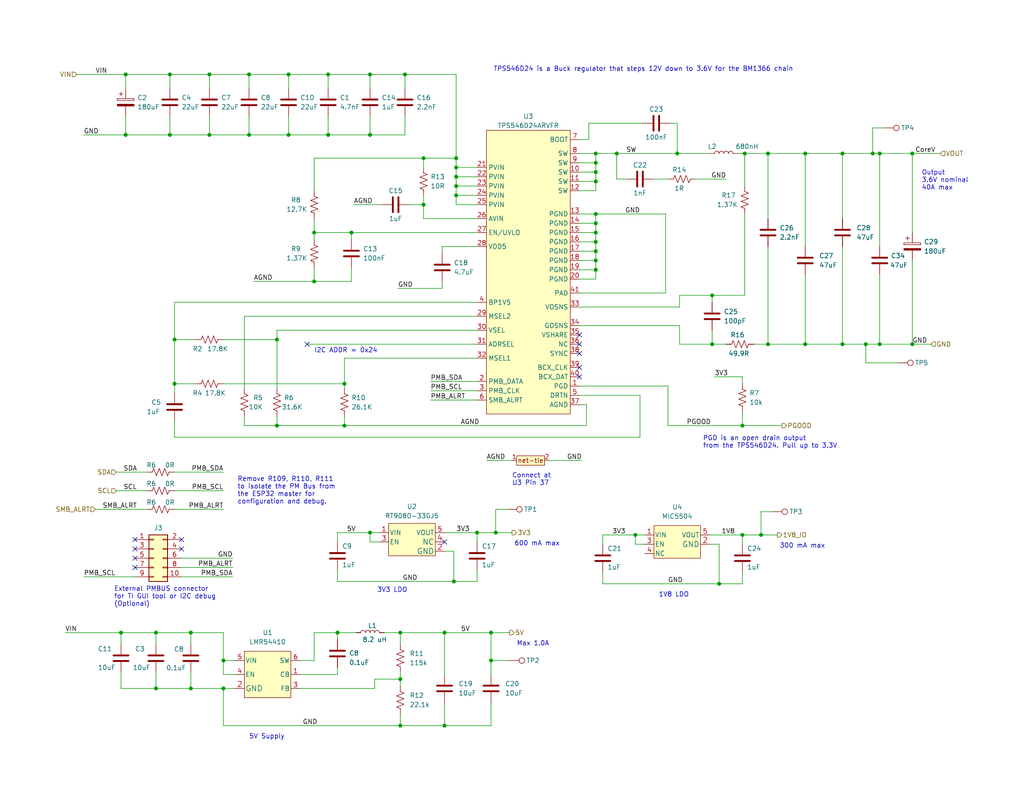
<source format=kicad_sch>
(kicad_sch (version 20231120) (generator "eeschema") (generator_version "8.0")
  (paper "A")
  (title_block (title "bitaxeHex") (date "2024-03-09") (rev "303"))
  (lib_symbols
    (symbol "Connector:TestPoint" (pin_numbers hide) (pin_names (offset 0.762) hide)
      (property "Reference" "TP" (at 0 6.858 0))
      (property "Value" "TestPoint" (at 0 5.08 0))
      (symbol "TestPoint_1_1"
        (pin passive line (at 0 0 90) (length 2.54) (name "1") (number "1"))
      )
    )
    (symbol "Connector_Generic:Conn_02x05_Odd_Even" (pin_names (offset 1.016) hide)
      (property "Reference" "J" (at 1.27 7.62 0))
      (property "Value" "Conn_02x05_Odd_Even" (at 1.27 -7.62 0))
      (symbol "Conn_02x05_Odd_Even_1_1"
        (pin passive line (at -5.08 5.08 0) (length 3.81) (name "Pin_1") (number "1"))
        (pin passive line (at 7.62 -5.08 180) (length 3.81) (name "Pin_10") (number "10"))
        (pin passive line (at 7.62 5.08 180) (length 3.81) (name "Pin_2") (number "2"))
        (pin passive line (at -5.08 2.54 0) (length 3.81) (name "Pin_3") (number "3"))
        (pin passive line (at 7.62 2.54 180) (length 3.81) (name "Pin_4") (number "4"))
        (pin passive line (at -5.08 0 0) (length 3.81) (name "Pin_5") (number "5"))
        (pin passive line (at 7.62 0 180) (length 3.81) (name "Pin_6") (number "6"))
        (pin passive line (at -5.08 -2.54 0) (length 3.81) (name "Pin_7") (number "7"))
        (pin passive line (at 7.62 -2.54 180) (length 3.81) (name "Pin_8") (number "8"))
        (pin passive line (at -5.08 -5.08 0) (length 3.81) (name "Pin_9") (number "9"))
      )
    )
    (symbol "Device:C" (pin_numbers hide) (pin_names (offset 0.254))
      (property "Reference" "C" (at 0.635 2.54 0))
      (property "Value" "C" (at 0.635 -2.54 0))
      (symbol "C_1_1"
        (pin passive line (at 0 3.81 270) (length 2.794) (name "~") (number "1"))
        (pin passive line (at 0 -3.81 90) (length 2.794) (name "~") (number "2"))
      )
    )
    (symbol "Device:C_Polarized" (pin_numbers hide) (pin_names (offset 0.254))
      (property "Reference" "C" (at 0.635 2.54 0))
      (property "Value" "C_Polarized" (at 0.635 -2.54 0))
      (symbol "C_Polarized_1_1"
        (pin passive line (at 0 3.81 270) (length 2.794) (name "~") (number "1"))
        (pin passive line (at 0 -3.81 90) (length 2.794) (name "~") (number "2"))
      )
    )
    (symbol "Device:L" (pin_numbers hide) (pin_names (offset 1.016) hide)
      (property "Reference" "L" (at -1.27 0 90))
      (property "Value" "L" (at 1.905 0 90))
      (symbol "L_1_1"
        (pin passive line (at 0 3.81 270) (length 1.27) (name "1") (number "1"))
        (pin passive line (at 0 -3.81 90) (length 1.27) (name "2") (number "2"))
      )
    )
    (symbol "Device:R_US" (pin_numbers hide) (pin_names (offset 0))
      (property "Reference" "R" (at 2.54 0 90))
      (property "Value" "R_US" (at -2.54 0 90))
      (symbol "R_US_1_1"
        (pin passive line (at 0 3.81 270) (length 1.27) (name "~") (number "1"))
        (pin passive line (at 0 -3.81 90) (length 1.27) (name "~") (number "2"))
      )
    )
    (symbol "bitaxe:LMR54410" (pin_names (offset 0.254))
      (property "Reference" "U" (at -5.08 7.62 0))
      (property "Value" "LMR54410" (at 0 -7.62 0))
      (symbol "LMR54410_1_1"
        (pin input line (at 8.89 0 180) (length 2.54) (name "CB") (number "1"))
        (pin power_in line (at -8.89 -3.81 0) (length 2.54) (name "GND") (number "2"))
        (pin input line (at 8.89 -3.81 180) (length 2.54) (name "FB") (number "3"))
        (pin input line (at -8.89 0 0) (length 2.54) (name "EN") (number "4"))
        (pin power_in line (at -8.89 3.81 0) (length 2.54) (name "VIN") (number "5"))
        (pin output line (at 8.89 3.81 180) (length 2.54) (name "SW") (number "6"))
      )
    )
    (symbol "bitaxe:MIC5504" (pin_names (offset 0.254))
      (property "Reference" "U" (at -6.35 5.08 0))
      (property "Value" "MIC5504" (at 0 -6.35 0))
      (symbol "MIC5504_1_1"
        (pin power_in line (at -8.89 1.27 0) (length 2.54) (name "VIN") (number "1"))
        (pin power_in line (at 8.89 -1.27 180) (length 2.54) (name "GND") (number "2"))
        (pin input line (at -8.89 -1.27 0) (length 2.54) (name "EN") (number "3"))
        (pin input line (at -8.89 -3.81 0) (length 2.54) (name "NC") (number "4"))
        (pin output line (at 8.89 1.27 180) (length 2.54) (name "VOUT") (number "5"))
      )
    )
    (symbol "bitaxe:RT9080-33GJ5" (pin_names (offset 0.254))
      (property "Reference" "U2" (at 0 8.382 0))
      (property "Value" "RT9080-33GJ5" (at 0 5.842 0))
      (symbol "RT9080-33GJ5_1_1"
        (pin power_in line (at -8.89 1.27 0) (length 2.54) (name "VIN") (number "1"))
        (pin power_in line (at 8.89 -3.81 180) (length 2.54) (name "GND") (number "2"))
        (pin input line (at -8.89 -1.27 0) (length 2.54) (name "EN") (number "3"))
        (pin power_in line (at 8.89 -1.27 180) (length 2.54) (name "NC") (number "4"))
        (pin output line (at 8.89 1.27 180) (length 2.54) (name "VOUT") (number "5"))
      )
    )
    (symbol "bitaxe:TPS546D24"
      (property "Reference" "U" (at -7.62 43.18 0))
      (property "Value" "TPS546D24" (at 6.35 43.18 0))
      (symbol "TPS546D24_1_1"
        (pin input line (at 13.97 -27.94 180) (length 2.54) (name "PGD") (number "1"))
        (pin power_in line (at 13.97 30.48 180) (length 2.54) (name "SW") (number "10"))
        (pin output line (at 13.97 27.94 180) (length 2.54) (name "SW") (number "11"))
        (pin power_out line (at 13.97 25.4 180) (length 2.54) (name "SW") (number "12"))
        (pin output line (at 13.97 19.05 180) (length 2.54) (name "PGND") (number "13"))
        (pin output line (at 13.97 16.51 180) (length 2.54) (name "PGND") (number "14"))
        (pin input line (at 13.97 13.97 180) (length 2.54) (name "PGND") (number "15"))
        (pin input line (at 13.97 11.43 180) (length 2.54) (name "PGND") (number "16"))
        (pin power_in line (at 13.97 8.89 180) (length 2.54) (name "PGND") (number "17"))
        (pin input line (at 13.97 6.35 180) (length 2.54) (name "PGND") (number "18"))
        (pin input line (at 13.97 3.81 180) (length 2.54) (name "PGND") (number "19"))
        (pin input line (at -13.97 -26.67 0) (length 2.54) (name "PMB_DATA") (number "2"))
        (pin power_in line (at 13.97 1.27 180) (length 2.54) (name "PGND") (number "20"))
        (pin input line (at -13.97 31.75 0) (length 2.54) (name "PVIN") (number "21"))
        (pin input line (at -13.97 29.21 0) (length 2.54) (name "PVIN") (number "22"))
        (pin input line (at -13.97 26.67 0) (length 2.54) (name "PVIN") (number "23"))
        (pin input line (at -13.97 24.13 0) (length 2.54) (name "PVIN") (number "24"))
        (pin input line (at -13.97 21.59 0) (length 2.54) (name "PVIN") (number "25"))
        (pin input line (at -13.97 17.78 0) (length 2.54) (name "AVIN") (number "26"))
        (pin input line (at -13.97 13.97 0) (length 2.54) (name "EN/UVLO") (number "27"))
        (pin output line (at -13.97 10.16 0) (length 2.54) (name "VDD5") (number "28"))
        (pin power_in line (at -13.97 -8.89 0) (length 2.54) (name "MSEL2") (number "29"))
        (pin input line (at -13.97 -29.21 0) (length 2.54) (name "PMB_CLK") (number "3"))
        (pin power_in line (at -13.97 -12.7 0) (length 2.54) (name "VSEL") (number "30"))
        (pin output line (at -13.97 -16.51 0) (length 2.54) (name "ADRSEL") (number "31"))
        (pin power_out line (at -13.97 -20.32 0) (length 2.54) (name "MSEL1") (number "32"))
        (pin output line (at 13.97 -6.35 180) (length 2.54) (name "VOSNS") (number "33"))
        (pin output line (at 13.97 -11.43 180) (length 2.54) (name "GOSNS") (number "34"))
        (pin input line (at 13.97 -13.97 180) (length 2.54) (name "VSHARE") (number "35"))
        (pin input line (at 13.97 -16.51 180) (length 2.54) (name "NC") (number "36"))
        (pin power_in line (at 13.97 -33.02 180) (length 2.54) (name "AGND") (number "37"))
        (pin input line (at 13.97 -19.05 180) (length 2.54) (name "SYNC") (number "38"))
        (pin input line (at 13.97 -22.86 180) (length 2.54) (name "BCX_CLK") (number "39"))
        (pin input line (at -13.97 -5.08 0) (length 2.54) (name "BP1V5") (number "4"))
        (pin input line (at 13.97 -25.4 180) (length 2.54) (name "BCX_DAT") (number "40"))
        (pin power_in line (at 13.97 -2.54 180) (length 2.54) (name "PAD") (number "41"))
        (pin input line (at 13.97 -30.48 180) (length 2.54) (name "DRTN") (number "5"))
        (pin input line (at -13.97 -31.75 0) (length 2.54) (name "SMB_ALRT") (number "6"))
        (pin input line (at 13.97 39.37 180) (length 2.54) (name "BOOT") (number "7"))
        (pin output line (at 13.97 35.56 180) (length 2.54) (name "SW") (number "8"))
        (pin power_in line (at 13.97 33.02 180) (length 2.54) (name "SW") (number "9"))
      )
    )
    (symbol "bitaxe:net-tie"
      (symbol "net-tie_1_0"
        (pin bidirectional line (at -5.08 0 0) (length 1.27) (name "") (number "1"))
        (pin bidirectional line (at 5.08 0 180) (length 1.27) (name "") (number "2"))
      )
      (symbol "net-tie_1_1"
        (text "net-tie" (at 0 0 0) (effects (font (size 1.27 1.27))))
      )
    )
  )
  (junction (at 162.56 58.42))
  (junction (at 202.565 116.205))
  (junction (at 173.355 146.05))
  (junction (at 47.625 92.71))
  (junction (at 52.07 187.96))
  (junction (at 52.07 172.72))
  (junction (at 95.885 63.5))
  (junction (at 229.87 93.98))
  (junction (at 109.22 198.12))
  (junction (at 124.46 48.26))
  (junction (at 33.02 172.72))
  (junction (at 121.285 172.72))
  (junction (at 89.535 20.32))
  (junction (at 135.255 145.415))
  (junction (at 238.125 41.91))
  (junction (at 42.545 172.72))
  (junction (at 219.71 93.98))
  (junction (at 115.57 55.88))
  (junction (at 109.22 185.42))
  (junction (at 78.74 36.83))
  (junction (at 162.56 71.12))
  (junction (at 34.29 36.83))
  (junction (at 124.46 45.72))
  (junction (at 78.74 20.32))
  (junction (at 162.56 41.91))
  (junction (at 115.57 43.18))
  (junction (at 60.96 187.96))
  (junction (at 248.92 41.91))
  (junction (at 46.355 36.83))
  (junction (at 57.15 20.32))
  (junction (at 162.56 49.53))
  (junction (at 196.215 159.385))
  (junction (at 57.15 36.83))
  (junction (at 162.56 46.99))
  (junction (at 184.785 41.91))
  (junction (at 124.46 43.18))
  (junction (at 162.56 44.45))
  (junction (at 162.56 60.96))
  (junction (at 162.56 68.58))
  (junction (at 100.965 36.83))
  (junction (at 219.71 41.91))
  (junction (at 67.945 36.83))
  (junction (at 67.945 20.32))
  (junction (at 133.985 180.34))
  (junction (at 168.275 41.91))
  (junction (at 203.2 41.91))
  (junction (at 93.98 116.205))
  (junction (at 248.92 93.98))
  (junction (at 110.49 20.32))
  (junction (at 124.46 53.34))
  (junction (at 236.22 93.98))
  (junction (at 162.56 73.66))
  (junction (at 123.825 158.75))
  (junction (at 124.46 50.8))
  (junction (at 162.56 63.5))
  (junction (at 100.965 20.32))
  (junction (at 46.355 20.32))
  (junction (at 209.55 93.98))
  (junction (at 75.565 92.71))
  (junction (at 47.625 104.775))
  (junction (at 133.985 172.72))
  (junction (at 42.545 187.96))
  (junction (at 109.22 172.72))
  (junction (at 207.645 146.05))
  (junction (at 85.725 63.5))
  (junction (at 162.56 66.04))
  (junction (at 34.29 20.32))
  (junction (at 100.965 145.415))
  (junction (at 92.075 172.72))
  (junction (at 202.565 146.05))
  (junction (at 209.55 41.91))
  (junction (at 93.98 104.775))
  (junction (at 130.175 145.415))
  (junction (at 229.87 41.91))
  (junction (at 60.96 180.34))
  (junction (at 85.725 76.835))
  (junction (at 121.285 198.12))
  (junction (at 240.03 41.91))
  (junction (at 194.31 80.645))
  (junction (at 75.565 116.205))
  (junction (at 240.03 93.98))
  (junction (at 89.535 36.83))
  (junction (at 194.31 93.98))
  (no_connect (at 158.115 102.87))
  (no_connect (at 49.53 149.86))
  (no_connect (at 121.285 147.955))
  (no_connect (at 158.115 96.52))
  (no_connect (at 49.53 147.32))
  (no_connect (at 36.83 147.32))
  (no_connect (at 36.83 154.94))
  (no_connect (at 36.83 149.86))
  (no_connect (at 36.83 152.4))
  (no_connect (at 83.82 93.98))
  (no_connect (at 158.115 91.44))
  (no_connect (at 158.115 100.33))
  (no_connect (at 158.115 93.98))
  (wire (pts (xy 130.175 55.88) (xy 124.46 55.88)))
  (wire (pts (xy 162.56 71.12) (xy 162.56 73.66)))
  (wire (pts (xy 202.565 146.05) (xy 207.645 146.05)))
  (wire (pts (xy 83.82 93.98) (xy 130.175 93.98)))
  (wire (pts (xy 202.565 159.385) (xy 196.215 159.385)))
  (wire (pts (xy 173.355 148.59) (xy 173.355 146.05)))
  (wire (pts (xy 240.03 41.91) (xy 248.92 41.91)))
  (wire (pts (xy 22.86 157.48) (xy 36.83 157.48)))
  (wire (pts (xy 120.65 67.31) (xy 130.175 67.31)))
  (wire (pts (xy 202.565 146.05) (xy 202.565 148.59)))
  (wire (pts (xy 47.625 92.71) (xy 47.625 104.775)))
  (wire (pts (xy 57.15 20.32) (xy 46.355 20.32)))
  (wire (pts (xy 162.56 66.04) (xy 162.56 68.58)))
  (wire (pts (xy 158.115 60.96) (xy 162.56 60.96)))
  (wire (pts (xy 193.675 148.59) (xy 196.215 148.59)))
  (wire (pts (xy 158.115 80.01) (xy 181.61 80.01)))
  (wire (pts (xy 95.885 73.025) (xy 95.885 76.835)))
  (wire (pts (xy 95.885 63.5) (xy 85.725 63.5)))
  (wire (pts (xy 133.985 191.77) (xy 133.985 198.12)))
  (wire (pts (xy 240.03 41.91) (xy 240.03 67.31)))
  (wire (pts (xy 102.235 187.96) (xy 102.235 185.42)))
  (wire (pts (xy 158.115 83.82) (xy 185.42 83.82)))
  (wire (pts (xy 121.285 150.495) (xy 123.825 150.495)))
  (wire (pts (xy 158.115 52.07) (xy 162.56 52.07)))
  (wire (pts (xy 194.31 93.98) (xy 198.12 93.98)))
  (wire (pts (xy 164.465 146.05) (xy 173.355 146.05)))
  (wire (pts (xy 178.435 48.895) (xy 182.245 48.895)))
  (wire (pts (xy 185.42 88.9) (xy 185.42 93.98)))
  (wire (pts (xy 158.115 73.66) (xy 162.56 73.66)))
  (wire (pts (xy 46.355 31.75) (xy 46.355 36.83)))
  (wire (pts (xy 49.53 154.94) (xy 63.5 154.94)))
  (wire (pts (xy 203.2 41.91) (xy 209.55 41.91)))
  (wire (pts (xy 162.56 60.96) (xy 162.56 63.5)))
  (wire (pts (xy 33.02 172.72) (xy 33.02 175.895)))
  (wire (pts (xy 174.625 119.38) (xy 174.625 107.95)))
  (wire (pts (xy 42.545 172.72) (xy 52.07 172.72)))
  (wire (pts (xy 31.75 133.985) (xy 40.005 133.985)))
  (wire (pts (xy 52.07 172.72) (xy 52.07 175.895)))
  (wire (pts (xy 81.915 180.34) (xy 85.725 180.34)))
  (wire (pts (xy 121.285 172.72) (xy 109.22 172.72)))
  (wire (pts (xy 66.675 116.205) (xy 75.565 116.205)))
  (wire (pts (xy 158.115 38.1) (xy 160.655 38.1)))
  (wire (pts (xy 92.075 172.72) (xy 92.075 174.625)))
  (wire (pts (xy 162.56 52.07) (xy 162.56 49.53)))
  (wire (pts (xy 60.96 198.12) (xy 109.22 198.12)))
  (wire (pts (xy 132.715 125.73) (xy 139.7 125.73)))
  (wire (pts (xy 95.885 65.405) (xy 95.885 63.5)))
  (wire (pts (xy 47.625 104.775) (xy 53.34 104.775)))
  (wire (pts (xy 124.46 20.32) (xy 110.49 20.32)))
  (wire (pts (xy 60.96 104.775) (xy 93.98 104.775)))
  (wire (pts (xy 123.825 150.495) (xy 123.825 158.75)))
  (wire (pts (xy 203.2 41.91) (xy 203.2 50.8)))
  (wire (pts (xy 202.565 156.21) (xy 202.565 159.385)))
  (wire (pts (xy 109.22 183.515) (xy 109.22 185.42)))
  (wire (pts (xy 115.57 59.69) (xy 115.57 55.88)))
  (wire (pts (xy 60.96 187.96) (xy 52.07 187.96)))
  (wire (pts (xy 100.965 36.83) (xy 110.49 36.83)))
  (wire (pts (xy 138.43 139.065) (xy 135.255 139.065)))
  (wire (pts (xy 78.74 31.75) (xy 78.74 36.83)))
  (wire (pts (xy 26.035 139.065) (xy 40.005 139.065)))
  (wire (pts (xy 133.985 180.34) (xy 139.065 180.34)))
  (wire (pts (xy 66.675 113.665) (xy 66.675 116.205)))
  (wire (pts (xy 93.98 116.205) (xy 160.02 116.205)))
  (wire (pts (xy 219.71 41.91) (xy 219.71 67.31)))
  (wire (pts (xy 78.74 36.83) (xy 89.535 36.83)))
  (wire (pts (xy 46.355 20.32) (xy 34.29 20.32)))
  (wire (pts (xy 124.46 45.72) (xy 130.175 45.72)))
  (wire (pts (xy 33.02 187.96) (xy 33.02 183.515)))
  (wire (pts (xy 203.2 58.42) (xy 203.2 80.645)))
  (wire (pts (xy 121.285 191.77) (xy 121.285 198.12)))
  (wire (pts (xy 92.075 158.75) (xy 123.825 158.75)))
  (wire (pts (xy 229.87 67.31) (xy 229.87 93.98)))
  (wire (pts (xy 158.115 88.9) (xy 185.42 88.9)))
  (wire (pts (xy 47.625 139.065) (xy 60.96 139.065)))
  (wire (pts (xy 219.71 93.98) (xy 229.87 93.98)))
  (wire (pts (xy 47.625 92.71) (xy 53.34 92.71)))
  (wire (pts (xy 52.07 172.72) (xy 60.96 172.72)))
  (wire (pts (xy 168.275 41.91) (xy 184.785 41.91)))
  (wire (pts (xy 238.125 41.91) (xy 240.03 41.91)))
  (wire (pts (xy 124.46 48.26) (xy 130.175 48.26)))
  (wire (pts (xy 175.895 148.59) (xy 173.355 148.59)))
  (wire (pts (xy 115.57 53.34) (xy 115.57 55.88)))
  (wire (pts (xy 130.175 155.575) (xy 130.175 158.75)))
  (wire (pts (xy 210.82 139.7) (xy 207.645 139.7)))
  (wire (pts (xy 22.86 36.83) (xy 34.29 36.83)))
  (wire (pts (xy 115.57 43.18) (xy 124.46 43.18)))
  (wire (pts (xy 158.115 46.99) (xy 162.56 46.99)))
  (wire (pts (xy 158.115 71.12) (xy 162.56 71.12)))
  (wire (pts (xy 189.865 48.895) (xy 198.12 48.895)))
  (wire (pts (xy 240.03 93.98) (xy 248.92 93.98)))
  (wire (pts (xy 209.55 41.91) (xy 209.55 59.69)))
  (wire (pts (xy 85.725 52.07) (xy 85.725 43.18)))
  (wire (pts (xy 85.725 73.025) (xy 85.725 76.835)))
  (wire (pts (xy 78.74 20.32) (xy 67.945 20.32)))
  (wire (pts (xy 185.42 83.82) (xy 185.42 80.645)))
  (wire (pts (xy 240.03 74.93) (xy 240.03 93.98)))
  (wire (pts (xy 236.22 93.98) (xy 240.03 93.98)))
  (wire (pts (xy 81.915 184.15) (xy 92.075 184.15)))
  (wire (pts (xy 67.945 20.32) (xy 67.945 24.13)))
  (wire (pts (xy 60.96 180.34) (xy 60.96 172.72)))
  (wire (pts (xy 121.285 145.415) (xy 130.175 145.415)))
  (wire (pts (xy 162.56 44.45) (xy 162.56 41.91)))
  (wire (pts (xy 229.87 93.98) (xy 236.22 93.98)))
  (wire (pts (xy 67.945 36.83) (xy 78.74 36.83)))
  (wire (pts (xy 93.98 97.79) (xy 93.98 104.775)))
  (wire (pts (xy 93.98 97.79) (xy 130.175 97.79)))
  (wire (pts (xy 209.55 93.98) (xy 219.71 93.98)))
  (wire (pts (xy 133.985 172.72) (xy 133.985 180.34)))
  (wire (pts (xy 109.22 194.945) (xy 109.22 198.12)))
  (wire (pts (xy 42.545 187.96) (xy 33.02 187.96)))
  (wire (pts (xy 75.565 90.17) (xy 75.565 92.71)))
  (wire (pts (xy 185.42 93.98) (xy 194.31 93.98)))
  (wire (pts (xy 164.465 146.05) (xy 164.465 148.59)))
  (wire (pts (xy 238.125 34.925) (xy 238.125 41.91)))
  (wire (pts (xy 236.22 99.06) (xy 236.22 93.98)))
  (wire (pts (xy 229.87 41.91) (xy 238.125 41.91)))
  (wire (pts (xy 194.31 90.17) (xy 194.31 93.98)))
  (wire (pts (xy 46.355 36.83) (xy 57.15 36.83)))
  (wire (pts (xy 89.535 36.83) (xy 100.965 36.83)))
  (wire (pts (xy 89.535 20.32) (xy 78.74 20.32)))
  (wire (pts (xy 196.215 148.59) (xy 196.215 159.385)))
  (wire (pts (xy 182.245 105.41) (xy 182.245 116.205)))
  (wire (pts (xy 160.02 110.49) (xy 160.02 116.205)))
  (wire (pts (xy 219.71 74.93) (xy 219.71 93.98)))
  (wire (pts (xy 182.245 116.205) (xy 202.565 116.205)))
  (wire (pts (xy 110.49 20.32) (xy 110.49 24.13)))
  (wire (pts (xy 117.475 104.14) (xy 130.175 104.14)))
  (wire (pts (xy 49.53 152.4) (xy 63.5 152.4)))
  (wire (pts (xy 124.46 20.32) (xy 124.46 43.18)))
  (wire (pts (xy 111.76 55.88) (xy 115.57 55.88)))
  (wire (pts (xy 135.255 145.415) (xy 139.7 145.415)))
  (wire (pts (xy 75.565 116.205) (xy 93.98 116.205)))
  (wire (pts (xy 85.725 59.69) (xy 85.725 63.5)))
  (wire (pts (xy 162.56 68.58) (xy 162.56 71.12)))
  (wire (pts (xy 120.65 76.835) (xy 120.65 78.74)))
  (wire (pts (xy 124.46 43.18) (xy 124.46 45.72)))
  (wire (pts (xy 78.74 20.32) (xy 78.74 24.13)))
  (wire (pts (xy 85.725 63.5) (xy 85.725 65.405)))
  (wire (pts (xy 124.46 50.8) (xy 130.175 50.8)))
  (wire (pts (xy 124.46 45.72) (xy 124.46 48.26)))
  (wire (pts (xy 162.56 46.99) (xy 162.56 44.45)))
  (wire (pts (xy 17.78 172.72) (xy 33.02 172.72)))
  (wire (pts (xy 158.115 105.41) (xy 182.245 105.41)))
  (wire (pts (xy 109.22 172.72) (xy 109.22 175.895)))
  (wire (pts (xy 42.545 187.96) (xy 42.545 183.515)))
  (wire (pts (xy 60.96 184.15) (xy 60.96 180.34)))
  (wire (pts (xy 47.625 128.905) (xy 60.96 128.905)))
  (wire (pts (xy 92.075 172.72) (xy 97.155 172.72)))
  (wire (pts (xy 47.625 119.38) (xy 174.625 119.38)))
  (wire (pts (xy 135.255 139.065) (xy 135.255 145.415)))
  (wire (pts (xy 162.56 76.2) (xy 158.115 76.2)))
  (wire (pts (xy 64.135 184.15) (xy 60.96 184.15)))
  (wire (pts (xy 248.92 93.98) (xy 254 93.98)))
  (wire (pts (xy 34.29 36.83) (xy 46.355 36.83)))
  (wire (pts (xy 47.625 133.985) (xy 60.96 133.985)))
  (wire (pts (xy 241.3 34.925) (xy 238.125 34.925)))
  (wire (pts (xy 133.985 180.34) (xy 133.985 184.15)))
  (wire (pts (xy 47.625 107.315) (xy 47.625 104.775)))
  (wire (pts (xy 75.565 90.17) (xy 130.175 90.17)))
  (wire (pts (xy 158.115 110.49) (xy 160.02 110.49)))
  (wire (pts (xy 248.92 41.91) (xy 256.54 41.91)))
  (wire (pts (xy 92.075 184.15) (xy 92.075 182.245)))
  (wire (pts (xy 248.92 71.12) (xy 248.92 93.98)))
  (wire (pts (xy 174.625 107.95) (xy 158.115 107.95)))
  (wire (pts (xy 133.985 198.12) (xy 121.285 198.12)))
  (wire (pts (xy 158.115 66.04) (xy 162.56 66.04)))
  (wire (pts (xy 96.52 55.88) (xy 104.14 55.88)))
  (wire (pts (xy 115.57 45.72) (xy 115.57 43.18)))
  (wire (pts (xy 100.965 20.32) (xy 89.535 20.32)))
  (wire (pts (xy 170.815 48.895) (xy 168.275 48.895)))
  (wire (pts (xy 67.945 20.32) (xy 57.15 20.32)))
  (wire (pts (xy 149.86 125.73) (xy 158.75 125.73)))
  (wire (pts (xy 203.2 80.645) (xy 194.31 80.645)))
  (wire (pts (xy 185.42 80.645) (xy 194.31 80.645)))
  (wire (pts (xy 110.49 20.32) (xy 100.965 20.32)))
  (wire (pts (xy 173.355 146.05) (xy 175.895 146.05)))
  (wire (pts (xy 124.46 53.34) (xy 130.175 53.34)))
  (wire (pts (xy 64.135 180.34) (xy 60.96 180.34)))
  (wire (pts (xy 196.215 159.385) (xy 164.465 159.385)))
  (wire (pts (xy 194.945 102.87) (xy 202.565 102.87)))
  (wire (pts (xy 160.655 33.655) (xy 175.26 33.655)))
  (wire (pts (xy 47.625 82.55) (xy 130.175 82.55)))
  (wire (pts (xy 104.775 172.72) (xy 109.22 172.72)))
  (wire (pts (xy 124.46 48.26) (xy 124.46 50.8)))
  (wire (pts (xy 162.56 41.91) (xy 168.275 41.91)))
  (wire (pts (xy 207.645 139.7) (xy 207.645 146.05)))
  (wire (pts (xy 133.985 172.72) (xy 139.065 172.72)))
  (wire (pts (xy 85.725 172.72) (xy 92.075 172.72)))
  (wire (pts (xy 117.475 106.68) (xy 130.175 106.68)))
  (wire (pts (xy 120.65 69.215) (xy 120.65 67.31)))
  (wire (pts (xy 47.625 82.55) (xy 47.625 92.71)))
  (wire (pts (xy 102.235 185.42) (xy 109.22 185.42)))
  (wire (pts (xy 121.285 172.72) (xy 121.285 184.15)))
  (wire (pts (xy 52.07 187.96) (xy 42.545 187.96)))
  (wire (pts (xy 34.29 31.75) (xy 34.29 36.83)))
  (wire (pts (xy 209.55 41.91) (xy 219.71 41.91)))
  (wire (pts (xy 46.355 20.32) (xy 46.355 24.13)))
  (wire (pts (xy 121.285 172.72) (xy 133.985 172.72)))
  (wire (pts (xy 130.175 145.415) (xy 135.255 145.415)))
  (wire (pts (xy 162.56 41.91) (xy 158.115 41.91)))
  (wire (pts (xy 124.46 50.8) (xy 124.46 53.34)))
  (wire (pts (xy 66.675 86.36) (xy 130.175 86.36)))
  (wire (pts (xy 229.87 41.91) (xy 229.87 59.69)))
  (wire (pts (xy 245.11 99.06) (xy 236.22 99.06)))
  (wire (pts (xy 164.465 159.385) (xy 164.465 156.21)))
  (wire (pts (xy 201.295 41.91) (xy 203.2 41.91)))
  (wire (pts (xy 34.29 24.13) (xy 34.29 20.32)))
  (wire (pts (xy 124.46 53.34) (xy 124.46 55.88)))
  (wire (pts (xy 100.965 147.955) (xy 100.965 145.415)))
  (wire (pts (xy 184.785 41.91) (xy 193.675 41.91)))
  (wire (pts (xy 33.02 172.72) (xy 42.545 172.72)))
  (wire (pts (xy 66.675 86.36) (xy 66.675 106.045)))
  (wire (pts (xy 20.955 20.32) (xy 34.29 20.32)))
  (wire (pts (xy 202.565 116.205) (xy 213.36 116.205)))
  (wire (pts (xy 93.98 116.205) (xy 93.98 113.665)))
  (wire (pts (xy 69.215 76.835) (xy 85.725 76.835)))
  (wire (pts (xy 57.15 31.75) (xy 57.15 36.83)))
  (wire (pts (xy 205.74 93.98) (xy 209.55 93.98)))
  (wire (pts (xy 181.61 80.01) (xy 181.61 58.42)))
  (wire (pts (xy 158.115 63.5) (xy 162.56 63.5)))
  (wire (pts (xy 108.585 78.74) (xy 120.65 78.74)))
  (wire (pts (xy 123.825 158.75) (xy 130.175 158.75)))
  (wire (pts (xy 248.92 63.5) (xy 248.92 41.91)))
  (wire (pts (xy 168.275 48.895) (xy 168.275 41.91)))
  (wire (pts (xy 184.785 33.655) (xy 184.785 41.91)))
  (wire (pts (xy 31.75 128.905) (xy 40.005 128.905)))
  (wire (pts (xy 103.505 147.955) (xy 100.965 147.955)))
  (wire (pts (xy 202.565 104.775) (xy 202.565 102.87)))
  (wire (pts (xy 115.57 59.69) (xy 130.175 59.69)))
  (wire (pts (xy 75.565 113.665) (xy 75.565 116.205)))
  (wire (pts (xy 162.56 58.42) (xy 181.61 58.42)))
  (wire (pts (xy 117.475 109.22) (xy 130.175 109.22)))
  (wire (pts (xy 162.56 58.42) (xy 162.56 60.96)))
  (wire (pts (xy 219.71 41.91) (xy 229.87 41.91)))
  (wire (pts (xy 162.56 49.53) (xy 162.56 46.99)))
  (wire (pts (xy 85.725 76.835) (xy 95.885 76.835)))
  (wire (pts (xy 158.115 44.45) (xy 162.56 44.45)))
  (wire (pts (xy 162.56 73.66) (xy 162.56 76.2)))
  (wire (pts (xy 89.535 31.75) (xy 89.535 36.83)))
  (wire (pts (xy 52.07 183.515) (xy 52.07 187.96)))
  (wire (pts (xy 42.545 172.72) (xy 42.545 175.895)))
  (wire (pts (xy 64.135 187.96) (xy 60.96 187.96)))
  (wire (pts (xy 92.075 145.415) (xy 92.075 147.955)))
  (wire (pts (xy 158.115 68.58) (xy 162.56 68.58)))
  (wire (pts (xy 158.115 49.53) (xy 162.56 49.53)))
  (wire (pts (xy 93.98 104.775) (xy 93.98 106.045)))
  (wire (pts (xy 202.565 112.395) (xy 202.565 116.205)))
  (wire (pts (xy 75.565 92.71) (xy 75.565 106.045)))
  (wire (pts (xy 57.15 20.32) (xy 57.15 24.13)))
  (wire (pts (xy 67.945 31.75) (xy 67.945 36.83)))
  (wire (pts (xy 130.175 145.415) (xy 130.175 147.955)))
  (wire (pts (xy 182.88 33.655) (xy 184.785 33.655)))
  (wire (pts (xy 95.885 63.5) (xy 130.175 63.5)))
  (wire (pts (xy 92.075 145.415) (xy 100.965 145.415)))
  (wire (pts (xy 109.22 185.42) (xy 109.22 187.325)))
  (wire (pts (xy 85.725 43.18) (xy 115.57 43.18)))
  (wire (pts (xy 81.915 187.96) (xy 102.235 187.96)))
  (wire (pts (xy 207.645 146.05) (xy 212.09 146.05)))
  (wire (pts (xy 60.96 92.71) (xy 75.565 92.71)))
  (wire (pts (xy 60.96 187.96) (xy 60.96 198.12)))
  (wire (pts (xy 85.725 180.34) (xy 85.725 172.72)))
  (wire (pts (xy 158.115 58.42) (xy 162.56 58.42)))
  (wire (pts (xy 100.965 145.415) (xy 103.505 145.415)))
  (wire (pts (xy 209.55 67.31) (xy 209.55 93.98)))
  (wire (pts (xy 193.675 146.05) (xy 202.565 146.05)))
  (wire (pts (xy 49.53 157.48) (xy 63.5 157.48)))
  (wire (pts (xy 100.965 31.75) (xy 100.965 36.83)))
  (wire (pts (xy 160.655 38.1) (xy 160.655 33.655)))
  (wire (pts (xy 194.31 80.645) (xy 194.31 82.55)))
  (wire (pts (xy 110.49 36.83) (xy 110.49 31.75)))
  (wire (pts (xy 89.535 20.32) (xy 89.535 24.13)))
  (wire (pts (xy 57.15 36.83) (xy 67.945 36.83)))
  (wire (pts (xy 162.56 63.5) (xy 162.56 66.04)))
  (wire (pts (xy 121.285 198.12) (xy 109.22 198.12)))
  (wire (pts (xy 100.965 20.32) (xy 100.965 24.13)))
  (wire (pts (xy 47.625 114.935) (xy 47.625 119.38)))
  (wire (pts (xy 92.075 158.75) (xy 92.075 155.575)))
  (text "1V8 LDO" (at 179.705 163.195 0) (effects (font (size 1.27 1.27)) (justify left bottom)))
  (text "Output \n3.6V nominal\n40A max" (at 251.46 52.07 0) (effects (font (size 1.27 1.27)) (justify left bottom)))
  (text "TPS546D24 is a Buck regulator that steps 12V down to 3.6V for the BM1366 chain" (at 134.62 19.685 0) (effects (font (size 1.27 1.27)) (justify left bottom)))
  (text "3V3 LDO" (at 102.87 161.925 0) (effects (font (size 1.27 1.27)) (justify left bottom)))
  (text "300 mA max" (at 212.725 149.86 0) (effects (font (size 1.27 1.27)) (justify left bottom)))
  (text "Remove R109, R110, R111\nto isolate the PM Bus from\nthe ESP32 master for \nconfiguration and debug." (at 64.77 137.795 0) (effects (font (size 1.27 1.27)) (justify left bottom)))
  (text "Max 1.0A" (at 140.97 176.53 0) (effects (font (size 1.27 1.27)) (justify left bottom)))
  (text "Connect at\nU3 Pin 37" (at 139.7 132.715 0) (effects (font (size 1.27 1.27)) (justify left bottom)))
  (text "External PMBUS connector\nfor TI GUI tool or I2C debug\n(Optional)" (at 31.115 165.735 0) (effects (font (size 1.27 1.27)) (justify left bottom)))
  (text "600 mA max" (at 140.335 149.225 0) (effects (font (size 1.27 1.27)) (justify left bottom)))
  (text "5V Supply" (at 67.945 201.93 0) (effects (font (size 1.27 1.27)) (justify left bottom)))
  (text "PGD is an open drain output\nfrom the TPS546D24. Pull up to 3.3V" (at 191.77 122.555 0) (effects (font (size 1.27 1.27)) (justify left bottom)))
  (text "I2C ADDR = 0x24" (at 85.725 96.52 0) (effects (font (size 1.27 1.27)) (justify left bottom)))
  (label "SW" (at 170.815 41.91 0))
  (label "AGND" (at 132.715 125.73 0))
  (label "GND" (at 182.245 159.385 0))
  (label "CoreV" (at 255.27 41.91 180))
  (label "GND" (at 174.625 58.42 180))
  (label "GND" (at 158.75 125.73 180))
  (label "PMB_ALRT" (at 60.96 139.065 180))
  (label "PMB_ALRT" (at 63.5 154.94 180))
  (label "AGND" (at 130.81 116.205 180))
  (label "SDA" (at 33.655 128.905 0))
  (label "PGOOD" (at 187.325 116.205 0))
  (label "GND" (at 108.585 78.74 0))
  (label "1V8" (at 196.85 146.05 0))
  (label "5V" (at 94.615 145.415 0))
  (label "VIN" (at 26.035 20.32 0))
  (label "PMB_SDA" (at 60.96 128.905 180))
  (label "PMB_SCL" (at 22.86 157.48 0))
  (label "PMB_SCL" (at 117.475 106.68 0))
  (label "PMB_SDA" (at 63.5 157.48 180))
  (label "VIN" (at 17.78 172.72 0))
  (label "GND" (at 22.86 36.83 0))
  (label "3V3" (at 124.46 145.415 0))
  (label "AGND" (at 69.215 76.835 0))
  (label "GND" (at 82.55 198.12 0))
  (label "PMB_SCL" (at 60.96 133.985 180))
  (label "SCL" (at 33.655 133.985 0))
  (label "GND" (at 109.855 158.75 0))
  (label "GND" (at 248.92 93.98 0))
  (label "PMB_ALRT" (at 117.475 109.22 0))
  (label "SMB_ALRT" (at 27.94 139.065 0))
  (label "AGND" (at 96.52 55.88 0))
  (label "5V" (at 125.73 172.72 0))
  (label "GND" (at 63.5 152.4 180))
  (label "GND" (at 198.12 48.895 180))
  (label "PMB_SDA" (at 117.475 104.14 0))
  (label "3V3" (at 194.945 102.87 0))
  (label "3V3" (at 167.005 146.05 0))
  (hierarchical_label "3V3" (shape output) (at 139.7 145.415 0))
  (hierarchical_label "VIN" (shape input) (at 20.955 20.32 180))
  (hierarchical_label "SDA" (shape input) (at 31.75 128.905 180))
  (hierarchical_label "VOUT" (shape input) (at 256.54 41.91 0))
  (hierarchical_label "GND" (shape input) (at 254 93.98 0))
  (hierarchical_label "SCL" (shape input) (at 31.75 133.985 180))
  (hierarchical_label "1V8_IO" (shape output) (at 212.09 146.05 0))
  (hierarchical_label "SMB_ALRT" (shape input) (at 26.035 139.065 180))
  (hierarchical_label "5V" (shape output) (at 139.065 172.72 0))
  (hierarchical_label "PGOOD" (shape output) (at 213.36 116.205 0))
  (symbol (lib_id "Device:C") (at 179.07 33.655 90) (unit 1)
    (property "Reference" "C23" (at 179.07 29.845 90))
    (property "Value" "100nF" (at 179.07 37.465 90))
    (property "Footprint" "Capacitor_SMD:C_0805_2012Metric" (effects (hide yes)))
    (property "DK" "478-KGM21NR71E104KTCT-ND" (effects (hide yes)))
    (property "PARTNO" "KGM21NR71E104KT" (effects (hide yes)))
  )
  (symbol (lib_id "Device:C_Polarized") (at 248.92 67.31 0) (unit 1)
    (property "Reference" "C29" (at 252.095 66.04 0) (effects (justify left)))
    (property "Value" "180uF" (at 252.095 68.58 0) (effects (justify left)))
    (property "Footprint" "Capacitor_SMD:CP_Elec_6.3x5.9" (effects (hide yes)))
    (property "Datasheet" "https://industrial.panasonic.com/cdbs/www-data/pdf/AAB8000/AAB8000C177.pdf" (effects (hide yes)))
    (property "DK" "P16479CT-ND" (effects (hide yes)))
    (property "PARTNO" "16SVPF180M" (effects (hide yes)))
    (property "HEIGHT" "5.9mm" (effects (hide yes)))
  )
  (symbol (lib_id "Device:R_US") (at 43.815 139.065 90) (unit 1)
    (property "Reference" "R6" (at 41.275 137.16 90))
    (property "Value" "0R" (at 46.355 137.16 90))
    (property "Footprint" "Resistor_SMD:R_0402_1005Metric" (effects (hide yes)))
    (property "DK" "311-0.0JRCT-ND" (effects (hide yes)))
    (property "PARTNO" "RC0402JR-070RL" (effects (hide yes)))
    (instances (project "bm1397" (path "" (reference "R6") (unit 1))) (project "bitaxeHex" (path "" (reference "R111") (unit 1))))
  )
  (symbol (lib_id "Device:C") (at 92.075 178.435 0) (unit 1)
    (property "Reference" "C8" (at 95.25 179.07 0) (effects (justify left bottom)))
    (property "Value" "0.1uF" (at 95.25 181.61 0) (effects (justify left bottom)))
    (property "Footprint" "Capacitor_SMD:C_0402_1005Metric" (effects (hide yes)))
    (property "DK" "478-KGM05AR71C104KHCT-ND" (effects (hide yes)))
    (property "PARTNO" "KGM05AR71C104KH" (effects (hide yes)))
    (instances (project "bm1366" (path "" (reference "C8") (unit 1))) (project "bitaxeHex" (path "" (reference "C12") (unit 1))))
  )
  (symbol (lib_id "Device:L") (at 197.485 41.91 90) (unit 1)
    (property "Reference" "L2" (at 194.31 40.005 90))
    (property "Value" "680nH" (at 203.835 40.005 90))
    (property "Footprint" "Inductor_SMD:L_Coilcraft_XAL1010-XXX" (effects (hide yes)))
    (property "Datasheet" "https://www.coilcraft.com/getmedia/dd74e670-e705-456a-9a69-585fe02eaf3c/xal1010.pdf" (effects (hide yes)))
    (property "PARTNO" "XAL1010-681MED" (effects (hide yes)))
    (property "DK" "2457-XAL1010-681MED-ND" (effects (hide yes)))
    (property "Mouser" "994-XAL1010-681MED" (effects (hide yes)))
    (property "HEIGHT" "10mm" (effects (hide yes)))
  )
  (symbol (lib_id "Device:C") (at 202.565 152.4 0) (unit 1)
    (property "Reference" "C24" (at 203.835 150.495 0) (effects (justify left bottom)))
    (property "Value" "1uF" (at 203.835 155.575 0) (effects (justify left bottom)))
    (property "Footprint" "Capacitor_SMD:C_0402_1005Metric" (effects (hide yes)))
    (property "DK" "587-5514-1-ND" (effects (hide yes)))
    (property "PARTNO" "EMK105BJ105MV-F" (effects (hide yes)))
  )
  (symbol (lib_id "bitaxe:LMR54410") (at 73.025 184.15 0) (unit 1)
    (property "Reference" "U1" (at 73.025 172.72 0))
    (property "Value" "LMR54410" (at 73.025 175.26 0))
    (property "Footprint" "Package_TO_SOT_SMD:SOT-23-6" (effects (hide yes)))
    (property "Datasheet" "https://www.ti.com/lit/ds/symlink/lmr54406.pdf" (effects (hide yes)))
    (property "DK" "296-LMR54410DBVRCT-ND" (effects (hide yes)))
    (property "PARTNO" "LMR54410FDBVR" (effects (hide yes)))
  )
  (symbol (lib_id "Device:R_US") (at 43.815 128.905 90) (unit 1)
    (property "Reference" "R6" (at 41.275 127 90))
    (property "Value" "0R" (at 46.355 127 90))
    (property "Footprint" "Resistor_SMD:R_0402_1005Metric" (effects (hide yes)))
    (property "DK" "311-0.0JRCT-ND" (effects (hide yes)))
    (property "PARTNO" "RC0402JR-070RL" (effects (hide yes)))
    (instances (project "bm1397" (path "" (reference "R6") (unit 1))) (project "bitaxeHex" (path "" (reference "R109") (unit 1))))
  )
  (symbol (lib_id "Connector:TestPoint") (at 210.82 139.7 270) (mirror x) (unit 1) (in_bom no)
    (property "Reference" "TP3" (at 217.17 139.7 90))
    (property "Value" "TestPoint" (effects (hide yes)))
    (property "Footprint" "TestPoint:TestPoint_Pad_D1.0mm" (effects (hide yes)))
  )
  (symbol (lib_id "Device:C") (at 194.31 86.36 0) (unit 1)
    (property "Reference" "C25" (at 197.485 85.09 0) (effects (justify left)))
    (property "Value" "100pF" (at 197.485 87.63 0) (effects (justify left)))
    (property "Footprint" "Capacitor_SMD:C_0402_1005Metric" (effects (hide yes)))
    (property "DK" "732-7431-1-ND" (effects (hide yes)))
    (property "PARTNO" "885012005013" (effects (hide yes)))
  )
  (symbol (lib_id "Device:C") (at 133.985 187.96 0) (unit 1)
    (property "Reference" "C20" (at 137.795 186.69 0) (effects (justify left)))
    (property "Value" "10uF" (at 137.795 189.23 0) (effects (justify left)))
    (property "Footprint" "Capacitor_SMD:C_0805_2012Metric" (effects (hide yes)))
    (property "DK" "490-18664-1-ND" (effects (hide yes)))
    (property "PARTNO" "GRM21BR61H106ME43L" (effects (hide yes)))
  )
  (symbol (lib_id "Device:R_US") (at 201.93 93.98 90) (unit 1)
    (property "Reference" "R16" (at 203.2 91.44 90) (effects (justify left)))
    (property "Value" "49.9R" (at 204.47 96.52 90) (effects (justify left)))
    (property "Footprint" "Resistor_SMD:R_0402_1005Metric" (effects (hide yes)))
    (property "DK" "311-49.9LRCT-ND" (effects (hide yes)))
    (property "PARTNO" "RC0402FR-0749R9L" (effects (hide yes)))
  )
  (symbol (lib_id "Device:C") (at 219.71 71.12 0) (unit 1)
    (property "Reference" "C27" (at 223.52 69.85 0) (effects (justify left)))
    (property "Value" "47uF" (at 223.52 72.39 0) (effects (justify left)))
    (property "Footprint" "Capacitor_SMD:C_1210_3225Metric" (effects (hide yes)))
    (property "DK" "490-6539-1-ND" (effects (hide yes)))
    (property "PARTNO" "GRM32ER61C476KE15L" (effects (hide yes)))
  )
  (symbol (lib_id "Device:R_US") (at 186.055 48.895 90) (unit 1)
    (property "Reference" "R14" (at 187.325 46.355 90) (effects (justify left)))
    (property "Value" "1R" (at 186.69 51.435 90) (effects (justify left)))
    (property "Footprint" "Resistor_SMD:R_1206_3216Metric" (effects (hide yes)))
    (property "DK" "CSR1206FT1R00CT-ND" (effects (hide yes)))
    (property "PARTNO" "CSR1206FT1R00" (effects (hide yes)))
  )
  (symbol (lib_id "Device:R_US") (at 115.57 49.53 0) (unit 1)
    (property "Reference" "R13" (at 117.475 48.26 0) (effects (justify left)))
    (property "Value" "10R" (at 117.475 50.8 0) (effects (justify left)))
    (property "Footprint" "Resistor_SMD:R_0402_1005Metric" (effects (hide yes)))
    (property "DK" "311-10.0LRCT-ND" (effects (hide yes)))
    (property "PARTNO" "RC0402FR-0710RL" (effects (hide yes)))
  )
  (symbol (lib_id "Device:R_US") (at 43.815 133.985 90) (unit 1)
    (property "Reference" "R6" (at 41.275 132.08 90))
    (property "Value" "0R" (at 46.355 132.08 90))
    (property "Footprint" "Resistor_SMD:R_0402_1005Metric" (effects (hide yes)))
    (property "DK" "311-0.0JRCT-ND" (effects (hide yes)))
    (property "PARTNO" "RC0402JR-070RL" (effects (hide yes)))
    (instances (project "bm1397" (path "" (reference "R6") (unit 1))) (project "bitaxeHex" (path "" (reference "R110") (unit 1))))
  )
  (symbol (lib_id "bitaxe:MIC5504") (at 184.785 147.32 0) (unit 1)
    (property "Reference" "U4" (at 184.785 138.43 0))
    (property "Value" "MIC5504" (at 184.785 140.97 0))
    (property "Footprint" "Package_TO_SOT_SMD:SOT-23-5_HandSoldering" (effects (hide yes)))
    (property "Datasheet" "https://www.digikey.com/en/products/detail/microchip-technology/MIC5504-1-8YM5-TR/5209404" (effects (hide yes)))
    (property "DK" "576-4879-1-ND" (effects (hide yes)))
    (property "PARTNO" "MIC5504-1.8YM5-TR" (effects (hide yes)))
  )
  (symbol (lib_id "Device:C") (at 209.55 63.5 0) (unit 1)
    (property "Reference" "C26" (at 212.725 62.23 0) (effects (justify left)))
    (property "Value" "2.2nF" (at 212.725 64.77 0) (effects (justify left)))
    (property "Footprint" "Capacitor_SMD:C_0402_1005Metric" (effects (hide yes)))
    (property "DK" "490-8257-1-ND" (effects (hide yes)))
    (property "PARTNO" "GRM155R61H222KA01D" (effects (hide yes)))
  )
  (symbol (lib_id "Device:R_US") (at 57.15 104.775 90) (unit 1)
    (property "Reference" "R4" (at 55.245 107.315 90) (effects (justify left)))
    (property "Value" "17.8K" (at 61.595 107.315 90) (effects (justify left)))
    (property "Footprint" "Resistor_SMD:R_0402_1005Metric" (effects (hide yes)))
    (property "DK" "RMCF0402FT17K8CT-ND" (effects (hide yes)))
    (property "PARTNO" "RMCF0402FT17K8" (effects (hide yes)))
  )
  (symbol (lib_id "Connector:TestPoint") (at 241.3 34.925 270) (mirror x) (unit 1) (in_bom no)
    (property "Reference" "TP4" (at 247.65 34.925 90))
    (property "Value" "TestPoint" (effects (hide yes)))
    (property "Footprint" "TestPoint:TestPoint_Pad_D1.0mm" (effects (hide yes)))
  )
  (symbol (lib_id "Device:C") (at 110.49 27.94 0) (unit 1)
    (property "Reference" "C16" (at 113.665 26.67 0) (effects (justify left)))
    (property "Value" "2.2nF" (at 113.665 29.21 0) (effects (justify left)))
    (property "Footprint" "Capacitor_SMD:C_0402_1005Metric" (effects (hide yes)))
    (property "DK" "490-8257-1-ND" (effects (hide yes)))
    (property "PARTNO" "GRM155R61H222KA01D" (effects (hide yes)))
  )
  (symbol (lib_id "bitaxe:RT9080-33GJ5") (at 112.395 146.685 0) (unit 1)
    (property "Reference" "U2" (at 112.395 138.303 0))
    (property "Value" "RT9080-33GJ5" (at 112.395 140.843 0))
    (property "Footprint" "bitaxe:RT9080-33GJ5" (effects (hide yes)))
    (property "Datasheet" "https://www.richtek.com/assets/product_file/RT9080/DS9080-05.pdf" (effects (hide yes)))
    (property "DK" "1028-1509-1-ND" (effects (hide yes)))
    (property "PARTNO" "RT9080-33GJ5" (effects (hide yes)))
  )
  (symbol (lib_id "Device:R_US") (at 85.725 69.215 0) (unit 1)
    (property "Reference" "R9" (at 79.375 67.945 0) (effects (justify left)))
    (property "Value" "1.37K" (at 78.105 70.485 0) (effects (justify left)))
    (property "Footprint" "Resistor_SMD:R_0402_1005Metric" (effects (hide yes)))
    (property "DK" "YAG3035CT-ND" (effects (hide yes)))
    (property "PARTNO" "RC0402FR-071K37L" (effects (hide yes)))
  )
  (symbol (lib_id "Device:R_US") (at 109.22 191.135 0) (unit 1)
    (property "Reference" "R12" (at 111.76 189.865 0) (effects (justify left)))
    (property "Value" "22.1k" (at 111.76 192.405 0) (effects (justify left)))
    (property "Footprint" "Resistor_SMD:R_0402_1005Metric" (effects (hide yes)))
    (property "DK" "311-22.1KLRCT-ND" (effects (hide yes)))
    (property "PARTNO" "RC0402FR-0722K1L" (effects (hide yes)))
  )
  (symbol (lib_id "Connector:TestPoint") (at 138.43 139.065 270) (mirror x) (unit 1) (in_bom no)
    (property "Reference" "TP1" (at 144.78 139.065 90))
    (property "Value" "TestPoint" (effects (hide yes)))
    (property "Footprint" "TestPoint:TestPoint_Pad_D1.0mm" (effects (hide yes)))
  )
  (symbol (lib_id "bitaxe:net-tie") (at 144.78 125.73 0) (unit 1)
    (property "Reference" "T1" (effects (hide yes)))
    (property "Value" "net-tie" (effects (hide yes)))
    (property "Footprint" "bitaxe:Net-Tie-0.25mm" (effects (hide yes)))
  )
  (symbol (lib_id "Device:C") (at 100.965 27.94 0) (unit 1)
    (property "Reference" "C14" (at 104.14 26.67 0) (effects (justify left)))
    (property "Value" "1uF" (at 104.14 29.21 0) (effects (justify left)))
    (property "Footprint" "Capacitor_SMD:C_0805_2012Metric" (effects (hide yes)))
    (property "DK" "587-1291-1-ND" (effects (hide yes)))
    (property "PARTNO" "TMK212BJ105KG-T" (effects (hide yes)))
  )
  (symbol (lib_id "Device:R_US") (at 75.565 109.855 0) (unit 1)
    (property "Reference" "R6" (at 77.47 108.585 0) (effects (justify left)))
    (property "Value" "31.6K" (at 76.835 111.125 0) (effects (justify left)))
    (property "Footprint" "Resistor_SMD:R_0402_1005Metric" (effects (hide yes)))
    (property "DK" "YAG3115CT-ND" (effects (hide yes)))
    (property "PARTNO" "RC0402FR-0731K6L" (effects (hide yes)))
  )
  (symbol (lib_id "Device:C") (at 164.465 152.4 0) (unit 1)
    (property "Reference" "C21" (at 165.735 150.495 0) (effects (justify left bottom)))
    (property "Value" "1uF" (at 165.735 155.575 0) (effects (justify left bottom)))
    (property "Footprint" "Capacitor_SMD:C_0402_1005Metric" (effects (hide yes)))
    (property "DK" "587-5514-1-ND" (effects (hide yes)))
    (property "PARTNO" "EMK105BJ105MV-F" (effects (hide yes)))
  )
  (symbol (lib_id "Device:R_US") (at 93.98 109.855 0) (unit 1)
    (property "Reference" "R10" (at 95.885 108.585 0) (effects (justify left)))
    (property "Value" "26.1K" (at 95.885 111.125 0) (effects (justify left)))
    (property "Footprint" "Resistor_SMD:R_0402_1005Metric" (effects (hide yes)))
    (property "DK" "311-26.1KLRCT-ND" (effects (hide yes)))
    (property "PARTNO" "RC0402FR-0726K1L" (effects (hide yes)))
  )
  (symbol (lib_id "Device:R_US") (at 109.22 179.705 0) (unit 1)
    (property "Reference" "R11" (at 111.76 178.435 0) (effects (justify left)))
    (property "Value" "115k" (at 111.76 180.975 0) (effects (justify left)))
    (property "Footprint" "Resistor_SMD:R_0402_1005Metric" (effects (hide yes)))
    (property "DK" "YAG2956CT-ND" (effects (hide yes)))
    (property "PARTNO" "RC0402FR-07115KL" (effects (hide yes)))
  )
  (symbol (lib_id "Device:C") (at 46.355 27.94 0) (unit 1)
    (property "Reference" "C4" (at 49.53 26.67 0) (effects (justify left)))
    (property "Value" "22uF" (at 49.53 29.21 0) (effects (justify left)))
    (property "Footprint" "Capacitor_SMD:C_1210_3225Metric" (effects (hide yes)))
    (property "DK" "490-3889-1-ND" (effects (hide yes)))
    (property "PARTNO" "GRM32ER61E226KE15L" (effects (hide yes)))
  )
  (symbol (lib_id "Device:R_US") (at 203.2 54.61 0) (unit 1)
    (property "Reference" "R17" (at 196.85 53.34 0) (effects (justify left)))
    (property "Value" "1.37K" (at 195.58 55.88 0) (effects (justify left)))
    (property "Footprint" "Resistor_SMD:R_0402_1005Metric" (effects (hide yes)))
    (property "DK" "YAG3035CT-ND" (effects (hide yes)))
    (property "PARTNO" "RC0402FR-071K37L" (effects (hide yes)))
  )
  (symbol (lib_id "Connector:TestPoint") (at 245.11 99.06 270) (mirror x) (unit 1) (in_bom no)
    (property "Reference" "TP5" (at 251.46 99.06 90))
    (property "Value" "TestPoint" (effects (hide yes)))
    (property "Footprint" "TestPoint:TestPoint_Pad_D1.0mm" (effects (hide yes)))
  )
  (symbol (lib_id "Device:C") (at 57.15 27.94 0) (unit 1)
    (property "Reference" "C7" (at 60.325 26.67 0) (effects (justify left)))
    (property "Value" "22uF" (at 60.325 29.21 0) (effects (justify left)))
    (property "Footprint" "Capacitor_SMD:C_1210_3225Metric" (effects (hide yes)))
    (property "DK" "490-3889-1-ND" (effects (hide yes)))
    (property "PARTNO" "GRM32ER61E226KE15L" (effects (hide yes)))
  )
  (symbol (lib_id "Device:C") (at 121.285 187.96 0) (unit 1)
    (property "Reference" "C19" (at 125.095 186.69 0) (effects (justify left)))
    (property "Value" "10uF" (at 125.095 189.23 0) (effects (justify left)))
    (property "Footprint" "Capacitor_SMD:C_0805_2012Metric" (effects (hide yes)))
    (property "DK" "490-18664-1-ND" (effects (hide yes)))
    (property "PARTNO" "GRM21BR61H106ME43L" (effects (hide yes)))
  )
  (symbol (lib_id "Device:L") (at 100.965 172.72 90) (unit 1)
    (property "Reference" "L1" (at 101.6 170.815 90))
    (property "Value" "8.2 uH" (at 102.235 174.625 90))
    (property "Footprint" "bitaxe:74438357082" (effects (hide yes)))
    (property "Datasheet" "https://www.we-online.com/components/products/datasheet/74438357082.pdf" (effects (hide yes)))
    (property "PARTNO" "78438357082" (effects (hide yes)))
    (property "DK" "732-11745-1-ND" (effects (hide yes)))
  )
  (symbol (lib_id "Device:R_US") (at 66.675 109.855 180) (unit 1)
    (property "Reference" "R5" (at 71.755 108.585 0) (effects (justify left)))
    (property "Value" "10K" (at 71.755 111.125 0) (effects (justify left)))
    (property "Footprint" "Resistor_SMD:R_0402_1005Metric" (effects (hide yes)))
    (property "DK" "RMCF0402FT10K0CT-ND" (effects (hide yes)))
    (property "PARTNO" "RMCF0402FT10K0" (effects (hide yes)))
  )
  (symbol (lib_id "Device:R_US") (at 202.565 108.585 180) (unit 1)
    (property "Reference" "R7" (at 204.47 107.315 0) (effects (justify right)))
    (property "Value" "10k" (at 204.47 109.855 0) (effects (justify right)))
    (property "Footprint" "Resistor_SMD:R_0402_1005Metric" (effects (hide yes)))
    (property "DK" "311-10KJRCT-ND" (effects (hide yes)))
    (property "PARTNO" "RC0402JR-0710KL" (effects (hide yes)))
    (instances (project "esp32" (path "" (reference "R7") (unit 1))) (project "bitaxeHex" (path "" (reference "R15") (unit 1))))
  )
  (symbol (lib_id "Device:R_US") (at 85.725 55.88 0) (unit 1)
    (property "Reference" "R8" (at 79.375 54.61 0) (effects (justify left)))
    (property "Value" "12.7K" (at 78.105 57.15 0) (effects (justify left)))
    (property "Footprint" "Resistor_SMD:R_0402_1005Metric" (effects (hide yes)))
    (property "DK" "YAG2964CT-ND" (effects (hide yes)))
    (property "PARTNO" "RC0402FR-0712K7L" (effects (hide yes)))
  )
  (symbol (lib_id "Device:C") (at 174.625 48.895 90) (unit 1)
    (property "Reference" "C22" (at 174.625 45.085 90))
    (property "Value" "1nF" (at 174.625 52.705 90))
    (property "Footprint" "Capacitor_SMD:C_0805_2012Metric" (effects (hide yes)))
    (property "DK" "311-1127-1-ND" (effects (hide yes)))
    (property "PARTNO" "CC0805KRX7R9BB102" (effects (hide yes)))
  )
  (symbol (lib_id "Device:C") (at 67.945 27.94 0) (unit 1)
    (property "Reference" "C8" (at 71.12 26.67 0) (effects (justify left)))
    (property "Value" "22uF" (at 71.12 29.21 0) (effects (justify left)))
    (property "Footprint" "Capacitor_SMD:C_1210_3225Metric" (effects (hide yes)))
    (property "DK" "490-3889-1-ND" (effects (hide yes)))
    (property "PARTNO" "GRM32ER61E226KE15L" (effects (hide yes)))
  )
  (symbol (lib_id "Device:C") (at 52.07 179.705 180) (unit 1)
    (property "Reference" "C8" (at 50.165 176.53 0) (effects (justify left bottom)))
    (property "Value" "0.1uF" (at 50.8 181.61 0) (effects (justify left bottom)))
    (property "Footprint" "Capacitor_SMD:C_0603_1608Metric" (effects (hide yes)))
    (property "DK" "478-KGM15BR71H104KTCT-ND" (effects (hide yes)))
    (property "PARTNO" "KGM15BR71H104KT" (effects (hide yes)))
    (instances (project "bm1366" (path "" (reference "C8") (unit 1))) (project "bitaxeHex" (path "" (reference "C6") (unit 1))))
  )
  (symbol (lib_id "Device:C") (at 107.95 55.88 90) (unit 1)
    (property "Reference" "C15" (at 107.95 52.07 90))
    (property "Value" "1uF" (at 107.95 59.69 90))
    (property "Footprint" "Capacitor_SMD:C_0805_2012Metric" (effects (hide yes)))
    (property "DK" "587-1291-1-ND" (effects (hide yes)))
    (property "PARTNO" "TMK212BJ105KG-T" (effects (hide yes)))
  )
  (symbol (lib_id "Device:C") (at 92.075 151.765 0) (unit 1)
    (property "Reference" "C9" (at 93.345 149.86 0) (effects (justify left bottom)))
    (property "Value" "1uF" (at 93.345 154.94 0) (effects (justify left bottom)))
    (property "Footprint" "Capacitor_SMD:C_0402_1005Metric" (effects (hide yes)))
    (property "DK" "587-5514-1-ND" (effects (hide yes)))
    (property "PARTNO" "EMK105BJ105MV-F" (effects (hide yes)))
  )
  (symbol (lib_id "Device:C_Polarized") (at 34.29 27.94 0) (unit 1)
    (property "Reference" "C2" (at 37.465 26.67 0) (effects (justify left)))
    (property "Value" "180uF" (at 37.465 29.21 0) (effects (justify left)))
    (property "Footprint" "Capacitor_SMD:CP_Elec_6.3x5.9" (effects (hide yes)))
    (property "Datasheet" "https://industrial.panasonic.com/cdbs/www-data/pdf/AAB8000/AAB8000C177.pdf" (effects (hide yes)))
    (property "DK" "P16479CT-ND" (effects (hide yes)))
    (property "PARTNO" "16SVPF180M" (effects (hide yes)))
    (property "HEIGHT" "5.9mm" (effects (hide yes)))
  )
  (symbol (lib_id "Connector_Generic:Conn_02x05_Odd_Even") (at 41.91 152.4 0) (unit 1)
    (property "Reference" "J3" (at 43.18 144.145 0))
    (property "Value" "Conn_02x05_Odd_Even" (effects (hide yes)))
    (property "Footprint" "Connector_PinHeader_2.54mm:PinHeader_2x05_P2.54mm_Vertical" (effects (hide yes)))
  )
  (symbol (lib_id "Device:C") (at 42.545 179.705 0) (unit 1)
    (property "Reference" "C3" (at 36.83 177.165 0) (effects (justify left)))
    (property "Value" "10uF" (at 36.195 182.245 0) (effects (justify left)))
    (property "Footprint" "Capacitor_SMD:C_0805_2012Metric" (effects (hide yes)))
    (property "DK" "490-18664-1-ND" (effects (hide yes)))
    (property "PARTNO" "GRM21BR61H106ME43L" (effects (hide yes)))
  )
  (symbol (lib_id "Device:C") (at 78.74 27.94 0) (unit 1)
    (property "Reference" "C10" (at 81.915 26.67 0) (effects (justify left)))
    (property "Value" "22uF" (at 81.915 29.21 0) (effects (justify left)))
    (property "Footprint" "Capacitor_SMD:C_1210_3225Metric" (effects (hide yes)))
    (property "DK" "490-3889-1-ND" (effects (hide yes)))
    (property "PARTNO" "GRM32ER61E226KE15L" (effects (hide yes)))
  )
  (symbol (lib_id "Device:C") (at 120.65 73.025 0) (unit 1)
    (property "Reference" "C18" (at 123.825 71.755 0) (effects (justify left)))
    (property "Value" "4.7uF" (at 123.825 74.295 0) (effects (justify left)))
    (property "Footprint" "Capacitor_SMD:C_0402_1005Metric" (effects (hide yes)))
    (property "DK" "490-14306-1-ND" (effects (hide yes)))
    (property "PARTNO" "GRM155R61A475MEAAD" (effects (hide yes)))
  )
  (symbol (lib_id "bitaxe:TPS546D24") (at 144.145 77.47 0) (unit 1)
    (property "Reference" "U3" (at 144.145 31.75 0))
    (property "Value" "TPS546D24ARVFR" (at 144.145 34.29 0))
    (property "Footprint" "bitaxe:LQFN40-CLIP" (effects (hide yes)))
    (property "Datasheet" "https://www.ti.com/lit/ds/symlink/tps546d24a.pdf" (effects (hide yes)))
    (property "DK" "296-TPS546D24ARVFRCT-ND" (effects (hide yes)))
    (property "PARTNO" "TPS546D24ARVFR" (effects (hide yes)))
  )
  (symbol (lib_id "Device:C") (at 89.535 27.94 0) (unit 1)
    (property "Reference" "C1" (at 92.71 26.67 0) (effects (justify left)))
    (property "Value" "4.7nF" (at 92.71 29.21 0) (effects (justify left)))
    (property "Footprint" "Capacitor_SMD:C_0402_1005Metric" (effects (hide yes)))
    (property "DK" "490-1309-1-ND" (effects (hide yes)))
    (property "PARTNO" "GRM155R71E472KA01D" (effects (hide yes)))
  )
  (symbol (lib_id "Device:C") (at 229.87 63.5 0) (unit 1)
    (property "Reference" "C28" (at 233.68 62.23 0) (effects (justify left)))
    (property "Value" "47uF" (at 233.68 64.77 0) (effects (justify left)))
    (property "Footprint" "Capacitor_SMD:C_1210_3225Metric" (effects (hide yes)))
    (property "DK" "490-6539-1-ND" (effects (hide yes)))
    (property "PARTNO" "GRM32ER61C476KE15L" (effects (hide yes)))
  )
  (symbol (lib_id "Device:C") (at 95.885 69.215 0) (unit 1)
    (property "Reference" "C13" (at 99.06 67.945 0) (effects (justify left)))
    (property "Value" "100nF" (at 99.06 70.485 0) (effects (justify left)))
    (property "Footprint" "Capacitor_SMD:C_0402_1005Metric" (effects (hide yes)))
    (property "DK" "490-6321-1-ND" (effects (hide yes)))
    (property "PARTNO" "GRM155R71A104KA01D" (effects (hide yes)))
  )
  (symbol (lib_id "Device:R_US") (at 57.15 92.71 90) (unit 1)
    (property "Reference" "R2" (at 55.245 95.25 90) (effects (justify left)))
    (property "Value" "17.8K" (at 62.23 95.25 90) (effects (justify left)))
    (property "Footprint" "Resistor_SMD:R_0402_1005Metric" (effects (hide yes)))
    (property "DK" "RMCF0402FT17K8CT-ND" (effects (hide yes)))
    (property "PARTNO" "RMCF0402FT17K8" (effects (hide yes)))
  )
  (symbol (lib_id "Device:C") (at 33.02 179.705 0) (unit 1)
    (property "Reference" "C11" (at 26.67 177.165 0) (effects (justify left)))
    (property "Value" "10uF" (at 26.67 182.245 0) (effects (justify left)))
    (property "Footprint" "Capacitor_SMD:C_0805_2012Metric" (effects (hide yes)))
    (property "DK" "490-18664-1-ND" (effects (hide yes)))
    (property "PARTNO" "GRM21BR61H106ME43L" (effects (hide yes)))
  )
  (symbol (lib_id "Device:C") (at 47.625 111.125 0) (unit 1)
    (property "Reference" "C5" (at 41.275 109.855 0) (effects (justify left)))
    (property "Value" "1uF" (at 40.005 112.395 0) (effects (justify left)))
    (property "Footprint" "Capacitor_SMD:C_0603_1608Metric" (effects (hide yes)))
    (property "DK" "490-1550-1-ND" (effects (hide yes)))
    (property "PARTNO" "GRM188R60J105KA01D" (effects (hide yes)))
  )
  (symbol (lib_id "Device:C") (at 130.175 151.765 0) (unit 1)
    (property "Reference" "C17" (at 131.445 149.86 0) (effects (justify left bottom)))
    (property "Value" "1uF" (at 131.445 154.94 0) (effects (justify left bottom)))
    (property "Footprint" "Capacitor_SMD:C_0402_1005Metric" (effects (hide yes)))
    (property "DK" "587-5514-1-ND" (effects (hide yes)))
    (property "PARTNO" "EMK105BJ105MV-F" (effects (hide yes)))
  )
  (symbol (lib_id "Device:C") (at 240.03 71.12 0) (unit 1)
    (property "Reference" "C34" (at 243.078 69.85 0) (effects (justify left)))
    (property "Value" "47uF" (at 242.824 72.39 0) (effects (justify left)))
    (property "Footprint" "Capacitor_SMD:C_1210_3225Metric" (effects (hide yes)))
    (property "DK" "490-6539-1-ND" (effects (hide yes)))
    (property "PARTNO" "GRM32ER61C476KE15L" (effects (hide yes)))
  )
  (symbol (lib_id "Connector:TestPoint") (at 139.065 180.34 270) (mirror x) (unit 1) (in_bom no)
    (property "Reference" "TP2" (at 145.415 180.34 90))
    (property "Value" "TestPoint" (effects (hide yes)))
    (property "Footprint" "TestPoint:TestPoint_Pad_D1.0mm" (effects (hide yes)))
  )
)
</source>
